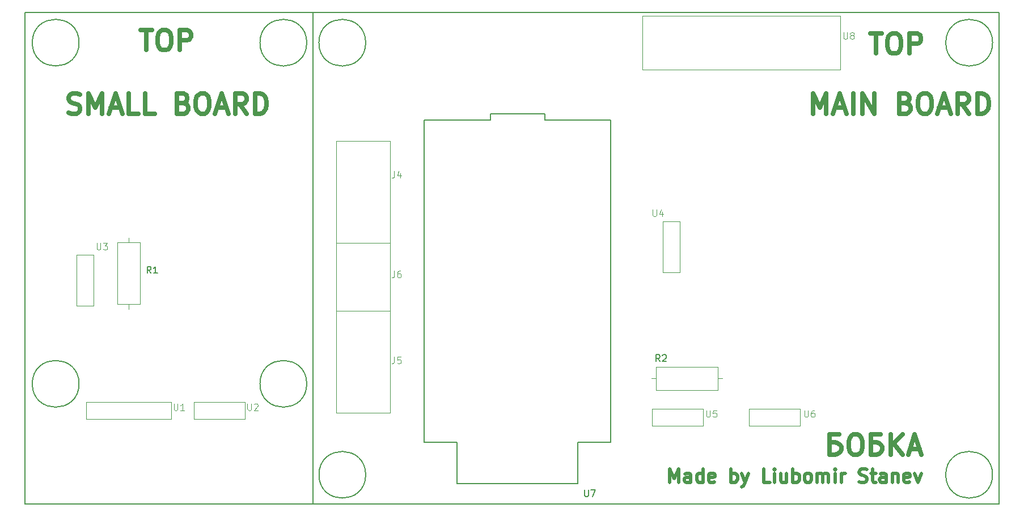
<source format=gbr>
%TF.GenerationSoftware,KiCad,Pcbnew,7.0.9*%
%TF.CreationDate,2024-02-04T14:24:29+02:00*%
%TF.ProjectId,Liubomir_Stanev_project,4c697562-6f6d-4697-925f-5374616e6576,rev?*%
%TF.SameCoordinates,Original*%
%TF.FileFunction,Legend,Top*%
%TF.FilePolarity,Positive*%
%FSLAX46Y46*%
G04 Gerber Fmt 4.6, Leading zero omitted, Abs format (unit mm)*
G04 Created by KiCad (PCBNEW 7.0.9) date 2024-02-04 14:24:29*
%MOMM*%
%LPD*%
G01*
G04 APERTURE LIST*
%ADD10C,0.150000*%
%ADD11C,0.500000*%
%ADD12C,0.700000*%
%ADD13C,0.100000*%
%ADD14C,0.120000*%
%ADD15C,0.127000*%
G04 APERTURE END LIST*
D10*
X58585699Y-44992849D02*
G75*
G03*
X58585699Y-44992849I-3492850J0D01*
G01*
X92585699Y-96000000D02*
G75*
G03*
X92585699Y-96000000I-3492850J0D01*
G01*
X194992850Y-109600000D02*
G75*
G03*
X194992850Y-109600000I-3492850J0D01*
G01*
X92585699Y-45000000D02*
G75*
G03*
X92585699Y-45000000I-3492850J0D01*
G01*
X50500000Y-40500000D02*
X196000000Y-40500000D01*
X196000000Y-114000000D01*
X50500000Y-114000000D01*
X50500000Y-40500000D01*
X195000001Y-45000000D02*
G75*
G03*
X195000001Y-45000000I-3492850J0D01*
G01*
X101388553Y-109600000D02*
G75*
G03*
X101388553Y-109600000I-3488553J0D01*
G01*
X93500000Y-40500000D02*
X93500000Y-113950000D01*
X58585699Y-96000000D02*
G75*
G03*
X58585699Y-96000000I-3492850J0D01*
G01*
X101385699Y-45000000D02*
G75*
G03*
X101385699Y-45000000I-3492850J0D01*
G01*
D11*
X146805137Y-110729238D02*
X146805137Y-108729238D01*
X146805137Y-108729238D02*
X147471804Y-110157809D01*
X147471804Y-110157809D02*
X148138470Y-108729238D01*
X148138470Y-108729238D02*
X148138470Y-110729238D01*
X149947994Y-110729238D02*
X149947994Y-109681619D01*
X149947994Y-109681619D02*
X149852756Y-109491142D01*
X149852756Y-109491142D02*
X149662280Y-109395904D01*
X149662280Y-109395904D02*
X149281327Y-109395904D01*
X149281327Y-109395904D02*
X149090851Y-109491142D01*
X149947994Y-110634000D02*
X149757518Y-110729238D01*
X149757518Y-110729238D02*
X149281327Y-110729238D01*
X149281327Y-110729238D02*
X149090851Y-110634000D01*
X149090851Y-110634000D02*
X148995613Y-110443523D01*
X148995613Y-110443523D02*
X148995613Y-110253047D01*
X148995613Y-110253047D02*
X149090851Y-110062571D01*
X149090851Y-110062571D02*
X149281327Y-109967333D01*
X149281327Y-109967333D02*
X149757518Y-109967333D01*
X149757518Y-109967333D02*
X149947994Y-109872095D01*
X151757518Y-110729238D02*
X151757518Y-108729238D01*
X151757518Y-110634000D02*
X151567042Y-110729238D01*
X151567042Y-110729238D02*
X151186089Y-110729238D01*
X151186089Y-110729238D02*
X150995613Y-110634000D01*
X150995613Y-110634000D02*
X150900375Y-110538761D01*
X150900375Y-110538761D02*
X150805137Y-110348285D01*
X150805137Y-110348285D02*
X150805137Y-109776857D01*
X150805137Y-109776857D02*
X150900375Y-109586380D01*
X150900375Y-109586380D02*
X150995613Y-109491142D01*
X150995613Y-109491142D02*
X151186089Y-109395904D01*
X151186089Y-109395904D02*
X151567042Y-109395904D01*
X151567042Y-109395904D02*
X151757518Y-109491142D01*
X153471804Y-110634000D02*
X153281328Y-110729238D01*
X153281328Y-110729238D02*
X152900375Y-110729238D01*
X152900375Y-110729238D02*
X152709899Y-110634000D01*
X152709899Y-110634000D02*
X152614661Y-110443523D01*
X152614661Y-110443523D02*
X152614661Y-109681619D01*
X152614661Y-109681619D02*
X152709899Y-109491142D01*
X152709899Y-109491142D02*
X152900375Y-109395904D01*
X152900375Y-109395904D02*
X153281328Y-109395904D01*
X153281328Y-109395904D02*
X153471804Y-109491142D01*
X153471804Y-109491142D02*
X153567042Y-109681619D01*
X153567042Y-109681619D02*
X153567042Y-109872095D01*
X153567042Y-109872095D02*
X152614661Y-110062571D01*
X155947995Y-110729238D02*
X155947995Y-108729238D01*
X155947995Y-109491142D02*
X156138471Y-109395904D01*
X156138471Y-109395904D02*
X156519424Y-109395904D01*
X156519424Y-109395904D02*
X156709900Y-109491142D01*
X156709900Y-109491142D02*
X156805138Y-109586380D01*
X156805138Y-109586380D02*
X156900376Y-109776857D01*
X156900376Y-109776857D02*
X156900376Y-110348285D01*
X156900376Y-110348285D02*
X156805138Y-110538761D01*
X156805138Y-110538761D02*
X156709900Y-110634000D01*
X156709900Y-110634000D02*
X156519424Y-110729238D01*
X156519424Y-110729238D02*
X156138471Y-110729238D01*
X156138471Y-110729238D02*
X155947995Y-110634000D01*
X157567043Y-109395904D02*
X158043233Y-110729238D01*
X158519424Y-109395904D02*
X158043233Y-110729238D01*
X158043233Y-110729238D02*
X157852757Y-111205428D01*
X157852757Y-111205428D02*
X157757519Y-111300666D01*
X157757519Y-111300666D02*
X157567043Y-111395904D01*
X161757520Y-110729238D02*
X160805139Y-110729238D01*
X160805139Y-110729238D02*
X160805139Y-108729238D01*
X162424187Y-110729238D02*
X162424187Y-109395904D01*
X162424187Y-108729238D02*
X162328949Y-108824476D01*
X162328949Y-108824476D02*
X162424187Y-108919714D01*
X162424187Y-108919714D02*
X162519425Y-108824476D01*
X162519425Y-108824476D02*
X162424187Y-108729238D01*
X162424187Y-108729238D02*
X162424187Y-108919714D01*
X164233711Y-109395904D02*
X164233711Y-110729238D01*
X163376568Y-109395904D02*
X163376568Y-110443523D01*
X163376568Y-110443523D02*
X163471806Y-110634000D01*
X163471806Y-110634000D02*
X163662282Y-110729238D01*
X163662282Y-110729238D02*
X163947997Y-110729238D01*
X163947997Y-110729238D02*
X164138473Y-110634000D01*
X164138473Y-110634000D02*
X164233711Y-110538761D01*
X165186092Y-110729238D02*
X165186092Y-108729238D01*
X165186092Y-109491142D02*
X165376568Y-109395904D01*
X165376568Y-109395904D02*
X165757521Y-109395904D01*
X165757521Y-109395904D02*
X165947997Y-109491142D01*
X165947997Y-109491142D02*
X166043235Y-109586380D01*
X166043235Y-109586380D02*
X166138473Y-109776857D01*
X166138473Y-109776857D02*
X166138473Y-110348285D01*
X166138473Y-110348285D02*
X166043235Y-110538761D01*
X166043235Y-110538761D02*
X165947997Y-110634000D01*
X165947997Y-110634000D02*
X165757521Y-110729238D01*
X165757521Y-110729238D02*
X165376568Y-110729238D01*
X165376568Y-110729238D02*
X165186092Y-110634000D01*
X167281330Y-110729238D02*
X167090854Y-110634000D01*
X167090854Y-110634000D02*
X166995616Y-110538761D01*
X166995616Y-110538761D02*
X166900378Y-110348285D01*
X166900378Y-110348285D02*
X166900378Y-109776857D01*
X166900378Y-109776857D02*
X166995616Y-109586380D01*
X166995616Y-109586380D02*
X167090854Y-109491142D01*
X167090854Y-109491142D02*
X167281330Y-109395904D01*
X167281330Y-109395904D02*
X167567045Y-109395904D01*
X167567045Y-109395904D02*
X167757521Y-109491142D01*
X167757521Y-109491142D02*
X167852759Y-109586380D01*
X167852759Y-109586380D02*
X167947997Y-109776857D01*
X167947997Y-109776857D02*
X167947997Y-110348285D01*
X167947997Y-110348285D02*
X167852759Y-110538761D01*
X167852759Y-110538761D02*
X167757521Y-110634000D01*
X167757521Y-110634000D02*
X167567045Y-110729238D01*
X167567045Y-110729238D02*
X167281330Y-110729238D01*
X168805140Y-110729238D02*
X168805140Y-109395904D01*
X168805140Y-109586380D02*
X168900378Y-109491142D01*
X168900378Y-109491142D02*
X169090854Y-109395904D01*
X169090854Y-109395904D02*
X169376569Y-109395904D01*
X169376569Y-109395904D02*
X169567045Y-109491142D01*
X169567045Y-109491142D02*
X169662283Y-109681619D01*
X169662283Y-109681619D02*
X169662283Y-110729238D01*
X169662283Y-109681619D02*
X169757521Y-109491142D01*
X169757521Y-109491142D02*
X169947997Y-109395904D01*
X169947997Y-109395904D02*
X170233711Y-109395904D01*
X170233711Y-109395904D02*
X170424188Y-109491142D01*
X170424188Y-109491142D02*
X170519426Y-109681619D01*
X170519426Y-109681619D02*
X170519426Y-110729238D01*
X171471807Y-110729238D02*
X171471807Y-109395904D01*
X171471807Y-108729238D02*
X171376569Y-108824476D01*
X171376569Y-108824476D02*
X171471807Y-108919714D01*
X171471807Y-108919714D02*
X171567045Y-108824476D01*
X171567045Y-108824476D02*
X171471807Y-108729238D01*
X171471807Y-108729238D02*
X171471807Y-108919714D01*
X172424188Y-110729238D02*
X172424188Y-109395904D01*
X172424188Y-109776857D02*
X172519426Y-109586380D01*
X172519426Y-109586380D02*
X172614664Y-109491142D01*
X172614664Y-109491142D02*
X172805140Y-109395904D01*
X172805140Y-109395904D02*
X172995617Y-109395904D01*
X175090855Y-110634000D02*
X175376569Y-110729238D01*
X175376569Y-110729238D02*
X175852760Y-110729238D01*
X175852760Y-110729238D02*
X176043236Y-110634000D01*
X176043236Y-110634000D02*
X176138474Y-110538761D01*
X176138474Y-110538761D02*
X176233712Y-110348285D01*
X176233712Y-110348285D02*
X176233712Y-110157809D01*
X176233712Y-110157809D02*
X176138474Y-109967333D01*
X176138474Y-109967333D02*
X176043236Y-109872095D01*
X176043236Y-109872095D02*
X175852760Y-109776857D01*
X175852760Y-109776857D02*
X175471807Y-109681619D01*
X175471807Y-109681619D02*
X175281331Y-109586380D01*
X175281331Y-109586380D02*
X175186093Y-109491142D01*
X175186093Y-109491142D02*
X175090855Y-109300666D01*
X175090855Y-109300666D02*
X175090855Y-109110190D01*
X175090855Y-109110190D02*
X175186093Y-108919714D01*
X175186093Y-108919714D02*
X175281331Y-108824476D01*
X175281331Y-108824476D02*
X175471807Y-108729238D01*
X175471807Y-108729238D02*
X175947998Y-108729238D01*
X175947998Y-108729238D02*
X176233712Y-108824476D01*
X176805141Y-109395904D02*
X177567045Y-109395904D01*
X177090855Y-108729238D02*
X177090855Y-110443523D01*
X177090855Y-110443523D02*
X177186093Y-110634000D01*
X177186093Y-110634000D02*
X177376569Y-110729238D01*
X177376569Y-110729238D02*
X177567045Y-110729238D01*
X179090855Y-110729238D02*
X179090855Y-109681619D01*
X179090855Y-109681619D02*
X178995617Y-109491142D01*
X178995617Y-109491142D02*
X178805141Y-109395904D01*
X178805141Y-109395904D02*
X178424188Y-109395904D01*
X178424188Y-109395904D02*
X178233712Y-109491142D01*
X179090855Y-110634000D02*
X178900379Y-110729238D01*
X178900379Y-110729238D02*
X178424188Y-110729238D01*
X178424188Y-110729238D02*
X178233712Y-110634000D01*
X178233712Y-110634000D02*
X178138474Y-110443523D01*
X178138474Y-110443523D02*
X178138474Y-110253047D01*
X178138474Y-110253047D02*
X178233712Y-110062571D01*
X178233712Y-110062571D02*
X178424188Y-109967333D01*
X178424188Y-109967333D02*
X178900379Y-109967333D01*
X178900379Y-109967333D02*
X179090855Y-109872095D01*
X180043236Y-109395904D02*
X180043236Y-110729238D01*
X180043236Y-109586380D02*
X180138474Y-109491142D01*
X180138474Y-109491142D02*
X180328950Y-109395904D01*
X180328950Y-109395904D02*
X180614665Y-109395904D01*
X180614665Y-109395904D02*
X180805141Y-109491142D01*
X180805141Y-109491142D02*
X180900379Y-109681619D01*
X180900379Y-109681619D02*
X180900379Y-110729238D01*
X182614665Y-110634000D02*
X182424189Y-110729238D01*
X182424189Y-110729238D02*
X182043236Y-110729238D01*
X182043236Y-110729238D02*
X181852760Y-110634000D01*
X181852760Y-110634000D02*
X181757522Y-110443523D01*
X181757522Y-110443523D02*
X181757522Y-109681619D01*
X181757522Y-109681619D02*
X181852760Y-109491142D01*
X181852760Y-109491142D02*
X182043236Y-109395904D01*
X182043236Y-109395904D02*
X182424189Y-109395904D01*
X182424189Y-109395904D02*
X182614665Y-109491142D01*
X182614665Y-109491142D02*
X182709903Y-109681619D01*
X182709903Y-109681619D02*
X182709903Y-109872095D01*
X182709903Y-109872095D02*
X181757522Y-110062571D01*
X183376570Y-109395904D02*
X183852760Y-110729238D01*
X183852760Y-110729238D02*
X184328951Y-109395904D01*
D12*
X67746240Y-43096457D02*
X69460526Y-43096457D01*
X68603383Y-46096457D02*
X68603383Y-43096457D01*
X71031954Y-43096457D02*
X71603382Y-43096457D01*
X71603382Y-43096457D02*
X71889097Y-43239314D01*
X71889097Y-43239314D02*
X72174811Y-43525028D01*
X72174811Y-43525028D02*
X72317668Y-44096457D01*
X72317668Y-44096457D02*
X72317668Y-45096457D01*
X72317668Y-45096457D02*
X72174811Y-45667885D01*
X72174811Y-45667885D02*
X71889097Y-45953600D01*
X71889097Y-45953600D02*
X71603382Y-46096457D01*
X71603382Y-46096457D02*
X71031954Y-46096457D01*
X71031954Y-46096457D02*
X70746240Y-45953600D01*
X70746240Y-45953600D02*
X70460525Y-45667885D01*
X70460525Y-45667885D02*
X70317668Y-45096457D01*
X70317668Y-45096457D02*
X70317668Y-44096457D01*
X70317668Y-44096457D02*
X70460525Y-43525028D01*
X70460525Y-43525028D02*
X70746240Y-43239314D01*
X70746240Y-43239314D02*
X71031954Y-43096457D01*
X73603382Y-46096457D02*
X73603382Y-43096457D01*
X73603382Y-43096457D02*
X74746239Y-43096457D01*
X74746239Y-43096457D02*
X75031954Y-43239314D01*
X75031954Y-43239314D02*
X75174811Y-43382171D01*
X75174811Y-43382171D02*
X75317668Y-43667885D01*
X75317668Y-43667885D02*
X75317668Y-44096457D01*
X75317668Y-44096457D02*
X75174811Y-44382171D01*
X75174811Y-44382171D02*
X75031954Y-44525028D01*
X75031954Y-44525028D02*
X74746239Y-44667885D01*
X74746239Y-44667885D02*
X73603382Y-44667885D01*
X168174811Y-55596457D02*
X168174811Y-52596457D01*
X168174811Y-52596457D02*
X169174811Y-54739314D01*
X169174811Y-54739314D02*
X170174811Y-52596457D01*
X170174811Y-52596457D02*
X170174811Y-55596457D01*
X171460525Y-54739314D02*
X172889097Y-54739314D01*
X171174811Y-55596457D02*
X172174811Y-52596457D01*
X172174811Y-52596457D02*
X173174811Y-55596457D01*
X174174811Y-55596457D02*
X174174811Y-52596457D01*
X175603382Y-55596457D02*
X175603382Y-52596457D01*
X175603382Y-52596457D02*
X177317668Y-55596457D01*
X177317668Y-55596457D02*
X177317668Y-52596457D01*
X182031953Y-54025028D02*
X182460525Y-54167885D01*
X182460525Y-54167885D02*
X182603382Y-54310742D01*
X182603382Y-54310742D02*
X182746239Y-54596457D01*
X182746239Y-54596457D02*
X182746239Y-55025028D01*
X182746239Y-55025028D02*
X182603382Y-55310742D01*
X182603382Y-55310742D02*
X182460525Y-55453600D01*
X182460525Y-55453600D02*
X182174810Y-55596457D01*
X182174810Y-55596457D02*
X181031953Y-55596457D01*
X181031953Y-55596457D02*
X181031953Y-52596457D01*
X181031953Y-52596457D02*
X182031953Y-52596457D01*
X182031953Y-52596457D02*
X182317668Y-52739314D01*
X182317668Y-52739314D02*
X182460525Y-52882171D01*
X182460525Y-52882171D02*
X182603382Y-53167885D01*
X182603382Y-53167885D02*
X182603382Y-53453600D01*
X182603382Y-53453600D02*
X182460525Y-53739314D01*
X182460525Y-53739314D02*
X182317668Y-53882171D01*
X182317668Y-53882171D02*
X182031953Y-54025028D01*
X182031953Y-54025028D02*
X181031953Y-54025028D01*
X184603382Y-52596457D02*
X185174810Y-52596457D01*
X185174810Y-52596457D02*
X185460525Y-52739314D01*
X185460525Y-52739314D02*
X185746239Y-53025028D01*
X185746239Y-53025028D02*
X185889096Y-53596457D01*
X185889096Y-53596457D02*
X185889096Y-54596457D01*
X185889096Y-54596457D02*
X185746239Y-55167885D01*
X185746239Y-55167885D02*
X185460525Y-55453600D01*
X185460525Y-55453600D02*
X185174810Y-55596457D01*
X185174810Y-55596457D02*
X184603382Y-55596457D01*
X184603382Y-55596457D02*
X184317668Y-55453600D01*
X184317668Y-55453600D02*
X184031953Y-55167885D01*
X184031953Y-55167885D02*
X183889096Y-54596457D01*
X183889096Y-54596457D02*
X183889096Y-53596457D01*
X183889096Y-53596457D02*
X184031953Y-53025028D01*
X184031953Y-53025028D02*
X184317668Y-52739314D01*
X184317668Y-52739314D02*
X184603382Y-52596457D01*
X187031953Y-54739314D02*
X188460525Y-54739314D01*
X186746239Y-55596457D02*
X187746239Y-52596457D01*
X187746239Y-52596457D02*
X188746239Y-55596457D01*
X191460525Y-55596457D02*
X190460525Y-54167885D01*
X189746239Y-55596457D02*
X189746239Y-52596457D01*
X189746239Y-52596457D02*
X190889096Y-52596457D01*
X190889096Y-52596457D02*
X191174811Y-52739314D01*
X191174811Y-52739314D02*
X191317668Y-52882171D01*
X191317668Y-52882171D02*
X191460525Y-53167885D01*
X191460525Y-53167885D02*
X191460525Y-53596457D01*
X191460525Y-53596457D02*
X191317668Y-53882171D01*
X191317668Y-53882171D02*
X191174811Y-54025028D01*
X191174811Y-54025028D02*
X190889096Y-54167885D01*
X190889096Y-54167885D02*
X189746239Y-54167885D01*
X192746239Y-55596457D02*
X192746239Y-52596457D01*
X192746239Y-52596457D02*
X193460525Y-52596457D01*
X193460525Y-52596457D02*
X193889096Y-52739314D01*
X193889096Y-52739314D02*
X194174811Y-53025028D01*
X194174811Y-53025028D02*
X194317668Y-53310742D01*
X194317668Y-53310742D02*
X194460525Y-53882171D01*
X194460525Y-53882171D02*
X194460525Y-54310742D01*
X194460525Y-54310742D02*
X194317668Y-54882171D01*
X194317668Y-54882171D02*
X194174811Y-55167885D01*
X194174811Y-55167885D02*
X193889096Y-55453600D01*
X193889096Y-55453600D02*
X193460525Y-55596457D01*
X193460525Y-55596457D02*
X192746239Y-55596457D01*
X57031954Y-55453600D02*
X57460526Y-55596457D01*
X57460526Y-55596457D02*
X58174811Y-55596457D01*
X58174811Y-55596457D02*
X58460526Y-55453600D01*
X58460526Y-55453600D02*
X58603383Y-55310742D01*
X58603383Y-55310742D02*
X58746240Y-55025028D01*
X58746240Y-55025028D02*
X58746240Y-54739314D01*
X58746240Y-54739314D02*
X58603383Y-54453600D01*
X58603383Y-54453600D02*
X58460526Y-54310742D01*
X58460526Y-54310742D02*
X58174811Y-54167885D01*
X58174811Y-54167885D02*
X57603383Y-54025028D01*
X57603383Y-54025028D02*
X57317668Y-53882171D01*
X57317668Y-53882171D02*
X57174811Y-53739314D01*
X57174811Y-53739314D02*
X57031954Y-53453600D01*
X57031954Y-53453600D02*
X57031954Y-53167885D01*
X57031954Y-53167885D02*
X57174811Y-52882171D01*
X57174811Y-52882171D02*
X57317668Y-52739314D01*
X57317668Y-52739314D02*
X57603383Y-52596457D01*
X57603383Y-52596457D02*
X58317668Y-52596457D01*
X58317668Y-52596457D02*
X58746240Y-52739314D01*
X60031954Y-55596457D02*
X60031954Y-52596457D01*
X60031954Y-52596457D02*
X61031954Y-54739314D01*
X61031954Y-54739314D02*
X62031954Y-52596457D01*
X62031954Y-52596457D02*
X62031954Y-55596457D01*
X63317668Y-54739314D02*
X64746240Y-54739314D01*
X63031954Y-55596457D02*
X64031954Y-52596457D01*
X64031954Y-52596457D02*
X65031954Y-55596457D01*
X67460526Y-55596457D02*
X66031954Y-55596457D01*
X66031954Y-55596457D02*
X66031954Y-52596457D01*
X69889097Y-55596457D02*
X68460525Y-55596457D01*
X68460525Y-55596457D02*
X68460525Y-52596457D01*
X74174810Y-54025028D02*
X74603382Y-54167885D01*
X74603382Y-54167885D02*
X74746239Y-54310742D01*
X74746239Y-54310742D02*
X74889096Y-54596457D01*
X74889096Y-54596457D02*
X74889096Y-55025028D01*
X74889096Y-55025028D02*
X74746239Y-55310742D01*
X74746239Y-55310742D02*
X74603382Y-55453600D01*
X74603382Y-55453600D02*
X74317667Y-55596457D01*
X74317667Y-55596457D02*
X73174810Y-55596457D01*
X73174810Y-55596457D02*
X73174810Y-52596457D01*
X73174810Y-52596457D02*
X74174810Y-52596457D01*
X74174810Y-52596457D02*
X74460525Y-52739314D01*
X74460525Y-52739314D02*
X74603382Y-52882171D01*
X74603382Y-52882171D02*
X74746239Y-53167885D01*
X74746239Y-53167885D02*
X74746239Y-53453600D01*
X74746239Y-53453600D02*
X74603382Y-53739314D01*
X74603382Y-53739314D02*
X74460525Y-53882171D01*
X74460525Y-53882171D02*
X74174810Y-54025028D01*
X74174810Y-54025028D02*
X73174810Y-54025028D01*
X76746239Y-52596457D02*
X77317667Y-52596457D01*
X77317667Y-52596457D02*
X77603382Y-52739314D01*
X77603382Y-52739314D02*
X77889096Y-53025028D01*
X77889096Y-53025028D02*
X78031953Y-53596457D01*
X78031953Y-53596457D02*
X78031953Y-54596457D01*
X78031953Y-54596457D02*
X77889096Y-55167885D01*
X77889096Y-55167885D02*
X77603382Y-55453600D01*
X77603382Y-55453600D02*
X77317667Y-55596457D01*
X77317667Y-55596457D02*
X76746239Y-55596457D01*
X76746239Y-55596457D02*
X76460525Y-55453600D01*
X76460525Y-55453600D02*
X76174810Y-55167885D01*
X76174810Y-55167885D02*
X76031953Y-54596457D01*
X76031953Y-54596457D02*
X76031953Y-53596457D01*
X76031953Y-53596457D02*
X76174810Y-53025028D01*
X76174810Y-53025028D02*
X76460525Y-52739314D01*
X76460525Y-52739314D02*
X76746239Y-52596457D01*
X79174810Y-54739314D02*
X80603382Y-54739314D01*
X78889096Y-55596457D02*
X79889096Y-52596457D01*
X79889096Y-52596457D02*
X80889096Y-55596457D01*
X83603382Y-55596457D02*
X82603382Y-54167885D01*
X81889096Y-55596457D02*
X81889096Y-52596457D01*
X81889096Y-52596457D02*
X83031953Y-52596457D01*
X83031953Y-52596457D02*
X83317668Y-52739314D01*
X83317668Y-52739314D02*
X83460525Y-52882171D01*
X83460525Y-52882171D02*
X83603382Y-53167885D01*
X83603382Y-53167885D02*
X83603382Y-53596457D01*
X83603382Y-53596457D02*
X83460525Y-53882171D01*
X83460525Y-53882171D02*
X83317668Y-54025028D01*
X83317668Y-54025028D02*
X83031953Y-54167885D01*
X83031953Y-54167885D02*
X81889096Y-54167885D01*
X84889096Y-55596457D02*
X84889096Y-52596457D01*
X84889096Y-52596457D02*
X85603382Y-52596457D01*
X85603382Y-52596457D02*
X86031953Y-52739314D01*
X86031953Y-52739314D02*
X86317668Y-53025028D01*
X86317668Y-53025028D02*
X86460525Y-53310742D01*
X86460525Y-53310742D02*
X86603382Y-53882171D01*
X86603382Y-53882171D02*
X86603382Y-54310742D01*
X86603382Y-54310742D02*
X86460525Y-54882171D01*
X86460525Y-54882171D02*
X86317668Y-55167885D01*
X86317668Y-55167885D02*
X86031953Y-55453600D01*
X86031953Y-55453600D02*
X85603382Y-55596457D01*
X85603382Y-55596457D02*
X84889096Y-55596457D01*
X176746240Y-43596457D02*
X178460526Y-43596457D01*
X177603383Y-46596457D02*
X177603383Y-43596457D01*
X180031954Y-43596457D02*
X180603382Y-43596457D01*
X180603382Y-43596457D02*
X180889097Y-43739314D01*
X180889097Y-43739314D02*
X181174811Y-44025028D01*
X181174811Y-44025028D02*
X181317668Y-44596457D01*
X181317668Y-44596457D02*
X181317668Y-45596457D01*
X181317668Y-45596457D02*
X181174811Y-46167885D01*
X181174811Y-46167885D02*
X180889097Y-46453600D01*
X180889097Y-46453600D02*
X180603382Y-46596457D01*
X180603382Y-46596457D02*
X180031954Y-46596457D01*
X180031954Y-46596457D02*
X179746240Y-46453600D01*
X179746240Y-46453600D02*
X179460525Y-46167885D01*
X179460525Y-46167885D02*
X179317668Y-45596457D01*
X179317668Y-45596457D02*
X179317668Y-44596457D01*
X179317668Y-44596457D02*
X179460525Y-44025028D01*
X179460525Y-44025028D02*
X179746240Y-43739314D01*
X179746240Y-43739314D02*
X180031954Y-43596457D01*
X182603382Y-46596457D02*
X182603382Y-43596457D01*
X182603382Y-43596457D02*
X183746239Y-43596457D01*
X183746239Y-43596457D02*
X184031954Y-43739314D01*
X184031954Y-43739314D02*
X184174811Y-43882171D01*
X184174811Y-43882171D02*
X184317668Y-44167885D01*
X184317668Y-44167885D02*
X184317668Y-44596457D01*
X184317668Y-44596457D02*
X184174811Y-44882171D01*
X184174811Y-44882171D02*
X184031954Y-45025028D01*
X184031954Y-45025028D02*
X183746239Y-45167885D01*
X183746239Y-45167885D02*
X182603382Y-45167885D01*
X172103383Y-103596457D02*
X170674811Y-103596457D01*
X170674811Y-103596457D02*
X170674811Y-106596457D01*
X170674811Y-106596457D02*
X171531954Y-106596457D01*
X171531954Y-106596457D02*
X171960526Y-106453600D01*
X171960526Y-106453600D02*
X172246240Y-106167885D01*
X172246240Y-106167885D02*
X172389097Y-105882171D01*
X172389097Y-105882171D02*
X172389097Y-105453600D01*
X172389097Y-105453600D02*
X172246240Y-105167885D01*
X172246240Y-105167885D02*
X171960526Y-104882171D01*
X171960526Y-104882171D02*
X171531954Y-104739314D01*
X171531954Y-104739314D02*
X170674811Y-104739314D01*
X174246240Y-103596457D02*
X174817668Y-103596457D01*
X174817668Y-103596457D02*
X175103383Y-103739314D01*
X175103383Y-103739314D02*
X175389097Y-104025028D01*
X175389097Y-104025028D02*
X175531954Y-104596457D01*
X175531954Y-104596457D02*
X175531954Y-105596457D01*
X175531954Y-105596457D02*
X175389097Y-106167885D01*
X175389097Y-106167885D02*
X175103383Y-106453600D01*
X175103383Y-106453600D02*
X174817668Y-106596457D01*
X174817668Y-106596457D02*
X174246240Y-106596457D01*
X174246240Y-106596457D02*
X173960526Y-106453600D01*
X173960526Y-106453600D02*
X173674811Y-106167885D01*
X173674811Y-106167885D02*
X173531954Y-105596457D01*
X173531954Y-105596457D02*
X173531954Y-104596457D01*
X173531954Y-104596457D02*
X173674811Y-104025028D01*
X173674811Y-104025028D02*
X173960526Y-103739314D01*
X173960526Y-103739314D02*
X174246240Y-103596457D01*
X178246240Y-103596457D02*
X176817668Y-103596457D01*
X176817668Y-103596457D02*
X176817668Y-106596457D01*
X176817668Y-106596457D02*
X177674811Y-106596457D01*
X177674811Y-106596457D02*
X178103383Y-106453600D01*
X178103383Y-106453600D02*
X178389097Y-106167885D01*
X178389097Y-106167885D02*
X178531954Y-105882171D01*
X178531954Y-105882171D02*
X178531954Y-105453600D01*
X178531954Y-105453600D02*
X178389097Y-105167885D01*
X178389097Y-105167885D02*
X178103383Y-104882171D01*
X178103383Y-104882171D02*
X177674811Y-104739314D01*
X177674811Y-104739314D02*
X176817668Y-104739314D01*
X179817668Y-106596457D02*
X179817668Y-103596457D01*
X181531954Y-106596457D02*
X180246240Y-104882171D01*
X181531954Y-103596457D02*
X179817668Y-105310742D01*
X182674811Y-105739314D02*
X184103383Y-105739314D01*
X182389097Y-106596457D02*
X183389097Y-103596457D01*
X183389097Y-103596457D02*
X184389097Y-106596457D01*
D13*
X152238095Y-99957419D02*
X152238095Y-100766942D01*
X152238095Y-100766942D02*
X152285714Y-100862180D01*
X152285714Y-100862180D02*
X152333333Y-100909800D01*
X152333333Y-100909800D02*
X152428571Y-100957419D01*
X152428571Y-100957419D02*
X152619047Y-100957419D01*
X152619047Y-100957419D02*
X152714285Y-100909800D01*
X152714285Y-100909800D02*
X152761904Y-100862180D01*
X152761904Y-100862180D02*
X152809523Y-100766942D01*
X152809523Y-100766942D02*
X152809523Y-99957419D01*
X153761904Y-99957419D02*
X153285714Y-99957419D01*
X153285714Y-99957419D02*
X153238095Y-100433609D01*
X153238095Y-100433609D02*
X153285714Y-100385990D01*
X153285714Y-100385990D02*
X153380952Y-100338371D01*
X153380952Y-100338371D02*
X153619047Y-100338371D01*
X153619047Y-100338371D02*
X153714285Y-100385990D01*
X153714285Y-100385990D02*
X153761904Y-100433609D01*
X153761904Y-100433609D02*
X153809523Y-100528847D01*
X153809523Y-100528847D02*
X153809523Y-100766942D01*
X153809523Y-100766942D02*
X153761904Y-100862180D01*
X153761904Y-100862180D02*
X153714285Y-100909800D01*
X153714285Y-100909800D02*
X153619047Y-100957419D01*
X153619047Y-100957419D02*
X153380952Y-100957419D01*
X153380952Y-100957419D02*
X153285714Y-100909800D01*
X153285714Y-100909800D02*
X153238095Y-100862180D01*
D10*
X69333333Y-79454819D02*
X69000000Y-78978628D01*
X68761905Y-79454819D02*
X68761905Y-78454819D01*
X68761905Y-78454819D02*
X69142857Y-78454819D01*
X69142857Y-78454819D02*
X69238095Y-78502438D01*
X69238095Y-78502438D02*
X69285714Y-78550057D01*
X69285714Y-78550057D02*
X69333333Y-78645295D01*
X69333333Y-78645295D02*
X69333333Y-78788152D01*
X69333333Y-78788152D02*
X69285714Y-78883390D01*
X69285714Y-78883390D02*
X69238095Y-78931009D01*
X69238095Y-78931009D02*
X69142857Y-78978628D01*
X69142857Y-78978628D02*
X68761905Y-78978628D01*
X70285714Y-79454819D02*
X69714286Y-79454819D01*
X70000000Y-79454819D02*
X70000000Y-78454819D01*
X70000000Y-78454819D02*
X69904762Y-78597676D01*
X69904762Y-78597676D02*
X69809524Y-78692914D01*
X69809524Y-78692914D02*
X69714286Y-78740533D01*
D13*
X105666666Y-64207419D02*
X105666666Y-64921704D01*
X105666666Y-64921704D02*
X105619047Y-65064561D01*
X105619047Y-65064561D02*
X105523809Y-65159800D01*
X105523809Y-65159800D02*
X105380952Y-65207419D01*
X105380952Y-65207419D02*
X105285714Y-65207419D01*
X106571428Y-64540752D02*
X106571428Y-65207419D01*
X106333333Y-64159800D02*
X106095238Y-64874085D01*
X106095238Y-64874085D02*
X106714285Y-64874085D01*
X83738095Y-98957419D02*
X83738095Y-99766942D01*
X83738095Y-99766942D02*
X83785714Y-99862180D01*
X83785714Y-99862180D02*
X83833333Y-99909800D01*
X83833333Y-99909800D02*
X83928571Y-99957419D01*
X83928571Y-99957419D02*
X84119047Y-99957419D01*
X84119047Y-99957419D02*
X84214285Y-99909800D01*
X84214285Y-99909800D02*
X84261904Y-99862180D01*
X84261904Y-99862180D02*
X84309523Y-99766942D01*
X84309523Y-99766942D02*
X84309523Y-98957419D01*
X84738095Y-99052657D02*
X84785714Y-99005038D01*
X84785714Y-99005038D02*
X84880952Y-98957419D01*
X84880952Y-98957419D02*
X85119047Y-98957419D01*
X85119047Y-98957419D02*
X85214285Y-99005038D01*
X85214285Y-99005038D02*
X85261904Y-99052657D01*
X85261904Y-99052657D02*
X85309523Y-99147895D01*
X85309523Y-99147895D02*
X85309523Y-99243133D01*
X85309523Y-99243133D02*
X85261904Y-99385990D01*
X85261904Y-99385990D02*
X84690476Y-99957419D01*
X84690476Y-99957419D02*
X85309523Y-99957419D01*
X172738095Y-43457419D02*
X172738095Y-44266942D01*
X172738095Y-44266942D02*
X172785714Y-44362180D01*
X172785714Y-44362180D02*
X172833333Y-44409800D01*
X172833333Y-44409800D02*
X172928571Y-44457419D01*
X172928571Y-44457419D02*
X173119047Y-44457419D01*
X173119047Y-44457419D02*
X173214285Y-44409800D01*
X173214285Y-44409800D02*
X173261904Y-44362180D01*
X173261904Y-44362180D02*
X173309523Y-44266942D01*
X173309523Y-44266942D02*
X173309523Y-43457419D01*
X173928571Y-43885990D02*
X173833333Y-43838371D01*
X173833333Y-43838371D02*
X173785714Y-43790752D01*
X173785714Y-43790752D02*
X173738095Y-43695514D01*
X173738095Y-43695514D02*
X173738095Y-43647895D01*
X173738095Y-43647895D02*
X173785714Y-43552657D01*
X173785714Y-43552657D02*
X173833333Y-43505038D01*
X173833333Y-43505038D02*
X173928571Y-43457419D01*
X173928571Y-43457419D02*
X174119047Y-43457419D01*
X174119047Y-43457419D02*
X174214285Y-43505038D01*
X174214285Y-43505038D02*
X174261904Y-43552657D01*
X174261904Y-43552657D02*
X174309523Y-43647895D01*
X174309523Y-43647895D02*
X174309523Y-43695514D01*
X174309523Y-43695514D02*
X174261904Y-43790752D01*
X174261904Y-43790752D02*
X174214285Y-43838371D01*
X174214285Y-43838371D02*
X174119047Y-43885990D01*
X174119047Y-43885990D02*
X173928571Y-43885990D01*
X173928571Y-43885990D02*
X173833333Y-43933609D01*
X173833333Y-43933609D02*
X173785714Y-43981228D01*
X173785714Y-43981228D02*
X173738095Y-44076466D01*
X173738095Y-44076466D02*
X173738095Y-44266942D01*
X173738095Y-44266942D02*
X173785714Y-44362180D01*
X173785714Y-44362180D02*
X173833333Y-44409800D01*
X173833333Y-44409800D02*
X173928571Y-44457419D01*
X173928571Y-44457419D02*
X174119047Y-44457419D01*
X174119047Y-44457419D02*
X174214285Y-44409800D01*
X174214285Y-44409800D02*
X174261904Y-44362180D01*
X174261904Y-44362180D02*
X174309523Y-44266942D01*
X174309523Y-44266942D02*
X174309523Y-44076466D01*
X174309523Y-44076466D02*
X174261904Y-43981228D01*
X174261904Y-43981228D02*
X174214285Y-43933609D01*
X174214285Y-43933609D02*
X174119047Y-43885990D01*
D10*
X134083095Y-111854819D02*
X134083095Y-112664342D01*
X134083095Y-112664342D02*
X134130714Y-112759580D01*
X134130714Y-112759580D02*
X134178333Y-112807200D01*
X134178333Y-112807200D02*
X134273571Y-112854819D01*
X134273571Y-112854819D02*
X134464047Y-112854819D01*
X134464047Y-112854819D02*
X134559285Y-112807200D01*
X134559285Y-112807200D02*
X134606904Y-112759580D01*
X134606904Y-112759580D02*
X134654523Y-112664342D01*
X134654523Y-112664342D02*
X134654523Y-111854819D01*
X135035476Y-111854819D02*
X135702142Y-111854819D01*
X135702142Y-111854819D02*
X135273571Y-112854819D01*
D13*
X105666666Y-79114619D02*
X105666666Y-79828904D01*
X105666666Y-79828904D02*
X105619047Y-79971761D01*
X105619047Y-79971761D02*
X105523809Y-80067000D01*
X105523809Y-80067000D02*
X105380952Y-80114619D01*
X105380952Y-80114619D02*
X105285714Y-80114619D01*
X106571428Y-79114619D02*
X106380952Y-79114619D01*
X106380952Y-79114619D02*
X106285714Y-79162238D01*
X106285714Y-79162238D02*
X106238095Y-79209857D01*
X106238095Y-79209857D02*
X106142857Y-79352714D01*
X106142857Y-79352714D02*
X106095238Y-79543190D01*
X106095238Y-79543190D02*
X106095238Y-79924142D01*
X106095238Y-79924142D02*
X106142857Y-80019380D01*
X106142857Y-80019380D02*
X106190476Y-80067000D01*
X106190476Y-80067000D02*
X106285714Y-80114619D01*
X106285714Y-80114619D02*
X106476190Y-80114619D01*
X106476190Y-80114619D02*
X106571428Y-80067000D01*
X106571428Y-80067000D02*
X106619047Y-80019380D01*
X106619047Y-80019380D02*
X106666666Y-79924142D01*
X106666666Y-79924142D02*
X106666666Y-79686047D01*
X106666666Y-79686047D02*
X106619047Y-79590809D01*
X106619047Y-79590809D02*
X106571428Y-79543190D01*
X106571428Y-79543190D02*
X106476190Y-79495571D01*
X106476190Y-79495571D02*
X106285714Y-79495571D01*
X106285714Y-79495571D02*
X106190476Y-79543190D01*
X106190476Y-79543190D02*
X106142857Y-79590809D01*
X106142857Y-79590809D02*
X106095238Y-79686047D01*
X105666666Y-91957419D02*
X105666666Y-92671704D01*
X105666666Y-92671704D02*
X105619047Y-92814561D01*
X105619047Y-92814561D02*
X105523809Y-92909800D01*
X105523809Y-92909800D02*
X105380952Y-92957419D01*
X105380952Y-92957419D02*
X105285714Y-92957419D01*
X106619047Y-91957419D02*
X106142857Y-91957419D01*
X106142857Y-91957419D02*
X106095238Y-92433609D01*
X106095238Y-92433609D02*
X106142857Y-92385990D01*
X106142857Y-92385990D02*
X106238095Y-92338371D01*
X106238095Y-92338371D02*
X106476190Y-92338371D01*
X106476190Y-92338371D02*
X106571428Y-92385990D01*
X106571428Y-92385990D02*
X106619047Y-92433609D01*
X106619047Y-92433609D02*
X106666666Y-92528847D01*
X106666666Y-92528847D02*
X106666666Y-92766942D01*
X106666666Y-92766942D02*
X106619047Y-92862180D01*
X106619047Y-92862180D02*
X106571428Y-92909800D01*
X106571428Y-92909800D02*
X106476190Y-92957419D01*
X106476190Y-92957419D02*
X106238095Y-92957419D01*
X106238095Y-92957419D02*
X106142857Y-92909800D01*
X106142857Y-92909800D02*
X106095238Y-92862180D01*
D10*
X145333333Y-92654819D02*
X145000000Y-92178628D01*
X144761905Y-92654819D02*
X144761905Y-91654819D01*
X144761905Y-91654819D02*
X145142857Y-91654819D01*
X145142857Y-91654819D02*
X145238095Y-91702438D01*
X145238095Y-91702438D02*
X145285714Y-91750057D01*
X145285714Y-91750057D02*
X145333333Y-91845295D01*
X145333333Y-91845295D02*
X145333333Y-91988152D01*
X145333333Y-91988152D02*
X145285714Y-92083390D01*
X145285714Y-92083390D02*
X145238095Y-92131009D01*
X145238095Y-92131009D02*
X145142857Y-92178628D01*
X145142857Y-92178628D02*
X144761905Y-92178628D01*
X145714286Y-91750057D02*
X145761905Y-91702438D01*
X145761905Y-91702438D02*
X145857143Y-91654819D01*
X145857143Y-91654819D02*
X146095238Y-91654819D01*
X146095238Y-91654819D02*
X146190476Y-91702438D01*
X146190476Y-91702438D02*
X146238095Y-91750057D01*
X146238095Y-91750057D02*
X146285714Y-91845295D01*
X146285714Y-91845295D02*
X146285714Y-91940533D01*
X146285714Y-91940533D02*
X146238095Y-92083390D01*
X146238095Y-92083390D02*
X145666667Y-92654819D01*
X145666667Y-92654819D02*
X146285714Y-92654819D01*
D13*
X166885095Y-99957419D02*
X166885095Y-100766942D01*
X166885095Y-100766942D02*
X166932714Y-100862180D01*
X166932714Y-100862180D02*
X166980333Y-100909800D01*
X166980333Y-100909800D02*
X167075571Y-100957419D01*
X167075571Y-100957419D02*
X167266047Y-100957419D01*
X167266047Y-100957419D02*
X167361285Y-100909800D01*
X167361285Y-100909800D02*
X167408904Y-100862180D01*
X167408904Y-100862180D02*
X167456523Y-100766942D01*
X167456523Y-100766942D02*
X167456523Y-99957419D01*
X168361285Y-99957419D02*
X168170809Y-99957419D01*
X168170809Y-99957419D02*
X168075571Y-100005038D01*
X168075571Y-100005038D02*
X168027952Y-100052657D01*
X168027952Y-100052657D02*
X167932714Y-100195514D01*
X167932714Y-100195514D02*
X167885095Y-100385990D01*
X167885095Y-100385990D02*
X167885095Y-100766942D01*
X167885095Y-100766942D02*
X167932714Y-100862180D01*
X167932714Y-100862180D02*
X167980333Y-100909800D01*
X167980333Y-100909800D02*
X168075571Y-100957419D01*
X168075571Y-100957419D02*
X168266047Y-100957419D01*
X168266047Y-100957419D02*
X168361285Y-100909800D01*
X168361285Y-100909800D02*
X168408904Y-100862180D01*
X168408904Y-100862180D02*
X168456523Y-100766942D01*
X168456523Y-100766942D02*
X168456523Y-100528847D01*
X168456523Y-100528847D02*
X168408904Y-100433609D01*
X168408904Y-100433609D02*
X168361285Y-100385990D01*
X168361285Y-100385990D02*
X168266047Y-100338371D01*
X168266047Y-100338371D02*
X168075571Y-100338371D01*
X168075571Y-100338371D02*
X167980333Y-100385990D01*
X167980333Y-100385990D02*
X167932714Y-100433609D01*
X167932714Y-100433609D02*
X167885095Y-100528847D01*
X61238095Y-74957419D02*
X61238095Y-75766942D01*
X61238095Y-75766942D02*
X61285714Y-75862180D01*
X61285714Y-75862180D02*
X61333333Y-75909800D01*
X61333333Y-75909800D02*
X61428571Y-75957419D01*
X61428571Y-75957419D02*
X61619047Y-75957419D01*
X61619047Y-75957419D02*
X61714285Y-75909800D01*
X61714285Y-75909800D02*
X61761904Y-75862180D01*
X61761904Y-75862180D02*
X61809523Y-75766942D01*
X61809523Y-75766942D02*
X61809523Y-74957419D01*
X62190476Y-74957419D02*
X62809523Y-74957419D01*
X62809523Y-74957419D02*
X62476190Y-75338371D01*
X62476190Y-75338371D02*
X62619047Y-75338371D01*
X62619047Y-75338371D02*
X62714285Y-75385990D01*
X62714285Y-75385990D02*
X62761904Y-75433609D01*
X62761904Y-75433609D02*
X62809523Y-75528847D01*
X62809523Y-75528847D02*
X62809523Y-75766942D01*
X62809523Y-75766942D02*
X62761904Y-75862180D01*
X62761904Y-75862180D02*
X62714285Y-75909800D01*
X62714285Y-75909800D02*
X62619047Y-75957419D01*
X62619047Y-75957419D02*
X62333333Y-75957419D01*
X62333333Y-75957419D02*
X62238095Y-75909800D01*
X62238095Y-75909800D02*
X62190476Y-75862180D01*
X144238095Y-69957419D02*
X144238095Y-70766942D01*
X144238095Y-70766942D02*
X144285714Y-70862180D01*
X144285714Y-70862180D02*
X144333333Y-70909800D01*
X144333333Y-70909800D02*
X144428571Y-70957419D01*
X144428571Y-70957419D02*
X144619047Y-70957419D01*
X144619047Y-70957419D02*
X144714285Y-70909800D01*
X144714285Y-70909800D02*
X144761904Y-70862180D01*
X144761904Y-70862180D02*
X144809523Y-70766942D01*
X144809523Y-70766942D02*
X144809523Y-69957419D01*
X145714285Y-70290752D02*
X145714285Y-70957419D01*
X145476190Y-69909800D02*
X145238095Y-70624085D01*
X145238095Y-70624085D02*
X145857142Y-70624085D01*
X72738095Y-98957419D02*
X72738095Y-99766942D01*
X72738095Y-99766942D02*
X72785714Y-99862180D01*
X72785714Y-99862180D02*
X72833333Y-99909800D01*
X72833333Y-99909800D02*
X72928571Y-99957419D01*
X72928571Y-99957419D02*
X73119047Y-99957419D01*
X73119047Y-99957419D02*
X73214285Y-99909800D01*
X73214285Y-99909800D02*
X73261904Y-99862180D01*
X73261904Y-99862180D02*
X73309523Y-99766942D01*
X73309523Y-99766942D02*
X73309523Y-98957419D01*
X74309523Y-99957419D02*
X73738095Y-99957419D01*
X74023809Y-99957419D02*
X74023809Y-98957419D01*
X74023809Y-98957419D02*
X73928571Y-99100276D01*
X73928571Y-99100276D02*
X73833333Y-99195514D01*
X73833333Y-99195514D02*
X73738095Y-99243133D01*
%TO.C,U5*%
X144180000Y-99730000D02*
X151800000Y-99730000D01*
X151800000Y-99730000D02*
X151800000Y-102270000D01*
X151800000Y-102270000D02*
X144180000Y-102270000D01*
X144180000Y-102270000D02*
X144180000Y-99730000D01*
D14*
%TO.C,R1*%
X66000000Y-74190000D02*
X66000000Y-74880000D01*
X67720000Y-74880000D02*
X64280000Y-74880000D01*
X64280000Y-74880000D02*
X64280000Y-84120000D01*
X67720000Y-84120000D02*
X67720000Y-74880000D01*
X64280000Y-84120000D02*
X67720000Y-84120000D01*
X66000000Y-84810000D02*
X66000000Y-84120000D01*
D13*
%TO.C,J4*%
X105000000Y-59680000D02*
X97000000Y-59680000D01*
X97000000Y-59680000D02*
X97000000Y-74920000D01*
X97000000Y-74920000D02*
X105000000Y-74920000D01*
X105000000Y-74920000D02*
X105000000Y-59680000D01*
%TO.C,U2*%
X83320000Y-101270000D02*
X75700000Y-101270000D01*
X75700000Y-101270000D02*
X75700000Y-98730000D01*
X75700000Y-98730000D02*
X83320000Y-98730000D01*
X83320000Y-98730000D02*
X83320000Y-101270000D01*
%TO.C,U8*%
X172260000Y-49000000D02*
X142740000Y-49000000D01*
X142740000Y-49000000D02*
X142740000Y-41000000D01*
X142740000Y-41000000D02*
X172260000Y-41000000D01*
X172260000Y-41000000D02*
X172260000Y-49000000D01*
D15*
%TO.C,U7*%
X138000000Y-104750000D02*
X138000000Y-56550000D01*
X138000000Y-56550000D02*
X128120000Y-56550000D01*
X133050000Y-110950000D02*
X115050000Y-110950000D01*
X133050000Y-104750000D02*
X138000000Y-104750000D01*
X133050000Y-104750000D02*
X133050000Y-110950000D01*
X128120000Y-56550000D02*
X128120000Y-55650000D01*
X128120000Y-55650000D02*
X119990000Y-55650000D01*
X119990000Y-56550000D02*
X110100000Y-56550000D01*
X119990000Y-55650000D02*
X119990000Y-56550000D01*
X115050000Y-110950000D02*
X115050000Y-104750000D01*
X110100000Y-104750000D02*
X115050000Y-104750000D01*
X110100000Y-56550000D02*
X110100000Y-104750000D01*
D13*
%TO.C,J6*%
X105000000Y-74920000D02*
X97000000Y-74920000D01*
X97000000Y-74920000D02*
X97000000Y-85080000D01*
X97000000Y-85080000D02*
X105000000Y-85080000D01*
X105000000Y-85080000D02*
X105000000Y-74920000D01*
%TO.C,J5*%
X105000000Y-85080000D02*
X97000000Y-85080000D01*
X97000000Y-85080000D02*
X97000000Y-100320000D01*
X97000000Y-100320000D02*
X105000000Y-100320000D01*
X105000000Y-100320000D02*
X105000000Y-85080000D01*
D14*
%TO.C,R2*%
X144040000Y-95200000D02*
X144730000Y-95200000D01*
X144730000Y-93480000D02*
X144730000Y-96920000D01*
X144730000Y-96920000D02*
X153970000Y-96920000D01*
X153970000Y-93480000D02*
X144730000Y-93480000D01*
X153970000Y-96920000D02*
X153970000Y-93480000D01*
X154660000Y-95200000D02*
X153970000Y-95200000D01*
D13*
%TO.C,U6*%
X166280000Y-102270000D02*
X158660000Y-102270000D01*
X158660000Y-102270000D02*
X158660000Y-99730000D01*
X158660000Y-99730000D02*
X166280000Y-99730000D01*
X166280000Y-99730000D02*
X166280000Y-102270000D01*
%TO.C,U3*%
X58230000Y-84320000D02*
X60770000Y-84320000D01*
X60770000Y-84320000D02*
X60770000Y-76700000D01*
X60770000Y-76700000D02*
X58230000Y-76700000D01*
X58230000Y-76700000D02*
X58230000Y-84320000D01*
%TO.C,U4*%
X145730000Y-79320000D02*
X148270000Y-79320000D01*
X148270000Y-79320000D02*
X148270000Y-71700000D01*
X148270000Y-71700000D02*
X145730000Y-71700000D01*
X145730000Y-71700000D02*
X145730000Y-79320000D01*
%TO.C,U1*%
X72350000Y-101270000D02*
X59650000Y-101270000D01*
X59650000Y-101270000D02*
X59650000Y-98730000D01*
X59650000Y-98730000D02*
X72350000Y-98730000D01*
X72350000Y-98730000D02*
X72350000Y-101270000D01*
%TD*%
M02*

</source>
